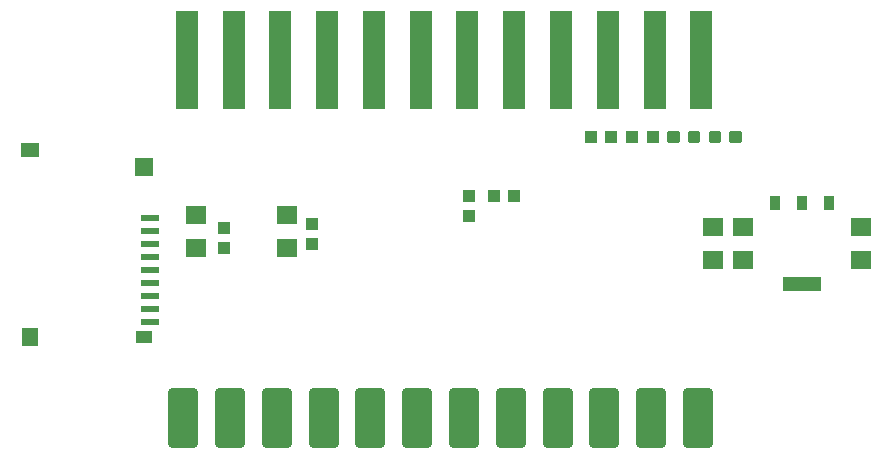
<source format=gbp>
G04 EAGLE Gerber RS-274X export*
G75*
%MOMM*%
%FSLAX34Y34*%
%LPD*%
%INBottom Solder Paste*%
%IPPOS*%
%AMOC8*
5,1,8,0,0,1.08239X$1,22.5*%
G01*
%ADD10C,0.762000*%
%ADD11R,1.350000X1.500000*%
%ADD12R,1.500000X1.300000*%
%ADD13R,1.600000X0.500000*%
%ADD14R,1.400000X1.000000*%
%ADD15R,1.500000X1.500000*%
%ADD16C,0.300000*%
%ADD17R,0.950000X1.250000*%
%ADD18R,3.200000X1.250000*%
%ADD19R,1.800000X1.600000*%
%ADD20R,1.000000X1.100000*%
%ADD21R,1.100000X1.000000*%
%ADD22R,1.905000X8.255000*%


D10*
X577498Y49690D02*
X595278Y49690D01*
X595278Y6510D01*
X577498Y6510D01*
X577498Y49690D01*
X577498Y13749D02*
X595278Y13749D01*
X595278Y20988D02*
X577498Y20988D01*
X577498Y28227D02*
X595278Y28227D01*
X595278Y35466D02*
X577498Y35466D01*
X577498Y42705D02*
X595278Y42705D01*
X555678Y49690D02*
X537898Y49690D01*
X555678Y49690D02*
X555678Y6510D01*
X537898Y6510D01*
X537898Y49690D01*
X537898Y13749D02*
X555678Y13749D01*
X555678Y20988D02*
X537898Y20988D01*
X537898Y28227D02*
X555678Y28227D01*
X555678Y35466D02*
X537898Y35466D01*
X537898Y42705D02*
X555678Y42705D01*
X516078Y49690D02*
X498298Y49690D01*
X516078Y49690D02*
X516078Y6510D01*
X498298Y6510D01*
X498298Y49690D01*
X498298Y13749D02*
X516078Y13749D01*
X516078Y20988D02*
X498298Y20988D01*
X498298Y28227D02*
X516078Y28227D01*
X516078Y35466D02*
X498298Y35466D01*
X498298Y42705D02*
X516078Y42705D01*
X476478Y49690D02*
X458698Y49690D01*
X476478Y49690D02*
X476478Y6510D01*
X458698Y6510D01*
X458698Y49690D01*
X458698Y13749D02*
X476478Y13749D01*
X476478Y20988D02*
X458698Y20988D01*
X458698Y28227D02*
X476478Y28227D01*
X476478Y35466D02*
X458698Y35466D01*
X458698Y42705D02*
X476478Y42705D01*
X436878Y49690D02*
X419098Y49690D01*
X436878Y49690D02*
X436878Y6510D01*
X419098Y6510D01*
X419098Y49690D01*
X419098Y13749D02*
X436878Y13749D01*
X436878Y20988D02*
X419098Y20988D01*
X419098Y28227D02*
X436878Y28227D01*
X436878Y35466D02*
X419098Y35466D01*
X419098Y42705D02*
X436878Y42705D01*
X397278Y49690D02*
X379498Y49690D01*
X397278Y49690D02*
X397278Y6510D01*
X379498Y6510D01*
X379498Y49690D01*
X379498Y13749D02*
X397278Y13749D01*
X397278Y20988D02*
X379498Y20988D01*
X379498Y28227D02*
X397278Y28227D01*
X397278Y35466D02*
X379498Y35466D01*
X379498Y42705D02*
X397278Y42705D01*
X357678Y49690D02*
X339898Y49690D01*
X357678Y49690D02*
X357678Y6510D01*
X339898Y6510D01*
X339898Y49690D01*
X339898Y13749D02*
X357678Y13749D01*
X357678Y20988D02*
X339898Y20988D01*
X339898Y28227D02*
X357678Y28227D01*
X357678Y35466D02*
X339898Y35466D01*
X339898Y42705D02*
X357678Y42705D01*
X318078Y49690D02*
X300298Y49690D01*
X318078Y49690D02*
X318078Y6510D01*
X300298Y6510D01*
X300298Y49690D01*
X300298Y13749D02*
X318078Y13749D01*
X318078Y20988D02*
X300298Y20988D01*
X300298Y28227D02*
X318078Y28227D01*
X318078Y35466D02*
X300298Y35466D01*
X300298Y42705D02*
X318078Y42705D01*
X278478Y49690D02*
X260698Y49690D01*
X278478Y49690D02*
X278478Y6510D01*
X260698Y6510D01*
X260698Y49690D01*
X260698Y13749D02*
X278478Y13749D01*
X278478Y20988D02*
X260698Y20988D01*
X260698Y28227D02*
X278478Y28227D01*
X278478Y35466D02*
X260698Y35466D01*
X260698Y42705D02*
X278478Y42705D01*
X238878Y49690D02*
X221098Y49690D01*
X238878Y49690D02*
X238878Y6510D01*
X221098Y6510D01*
X221098Y49690D01*
X221098Y13749D02*
X238878Y13749D01*
X238878Y20988D02*
X221098Y20988D01*
X221098Y28227D02*
X238878Y28227D01*
X238878Y35466D02*
X221098Y35466D01*
X221098Y42705D02*
X238878Y42705D01*
X199278Y49690D02*
X181498Y49690D01*
X199278Y49690D02*
X199278Y6510D01*
X181498Y6510D01*
X181498Y49690D01*
X181498Y13749D02*
X199278Y13749D01*
X199278Y20988D02*
X181498Y20988D01*
X181498Y28227D02*
X199278Y28227D01*
X199278Y35466D02*
X181498Y35466D01*
X181498Y42705D02*
X199278Y42705D01*
X159678Y49690D02*
X141898Y49690D01*
X159678Y49690D02*
X159678Y6510D01*
X141898Y6510D01*
X141898Y49690D01*
X141898Y13749D02*
X159678Y13749D01*
X159678Y20988D02*
X141898Y20988D01*
X141898Y28227D02*
X159678Y28227D01*
X159678Y35466D02*
X141898Y35466D01*
X141898Y42705D02*
X159678Y42705D01*
D11*
X21500Y96000D03*
D12*
X21500Y254000D03*
D13*
X123000Y109000D03*
X123000Y120000D03*
X123000Y131000D03*
X123000Y142000D03*
X123000Y153000D03*
X123000Y164000D03*
X123000Y175000D03*
X123000Y186000D03*
X123000Y197000D03*
D14*
X117500Y96000D03*
D15*
X117500Y240000D03*
D16*
X597730Y261500D02*
X597730Y268500D01*
X604730Y268500D01*
X604730Y261500D01*
X597730Y261500D01*
X597730Y264350D02*
X604730Y264350D01*
X604730Y267200D02*
X597730Y267200D01*
X615270Y268500D02*
X615270Y261500D01*
X615270Y268500D02*
X622270Y268500D01*
X622270Y261500D01*
X615270Y261500D01*
X615270Y264350D02*
X622270Y264350D01*
X622270Y267200D02*
X615270Y267200D01*
X562730Y268500D02*
X562730Y261500D01*
X562730Y268500D02*
X569730Y268500D01*
X569730Y261500D01*
X562730Y261500D01*
X562730Y264350D02*
X569730Y264350D01*
X569730Y267200D02*
X562730Y267200D01*
X580270Y268500D02*
X580270Y261500D01*
X580270Y268500D02*
X587270Y268500D01*
X587270Y261500D01*
X580270Y261500D01*
X580270Y264350D02*
X587270Y264350D01*
X587270Y267200D02*
X580270Y267200D01*
D17*
X652000Y209000D03*
X675000Y209000D03*
X698000Y209000D03*
D18*
X675000Y141000D03*
D19*
X725000Y161000D03*
X725000Y189000D03*
X625000Y189000D03*
X625000Y161000D03*
D20*
X393000Y198500D03*
X393000Y215500D03*
X260000Y174500D03*
X260000Y191500D03*
D21*
X414500Y215000D03*
X431500Y215000D03*
X531500Y265000D03*
X548500Y265000D03*
X496500Y265000D03*
X513500Y265000D03*
D19*
X162000Y171000D03*
X162000Y199000D03*
D20*
X185500Y171000D03*
X185500Y188000D03*
D19*
X239000Y171000D03*
X239000Y199000D03*
X600000Y189000D03*
X600000Y161000D03*
D22*
X589800Y330540D03*
X550200Y330540D03*
X510600Y330540D03*
X471000Y330540D03*
X431400Y330540D03*
X391800Y330540D03*
X352200Y330540D03*
X312600Y330540D03*
X273000Y330540D03*
X233400Y330540D03*
X193800Y330540D03*
X154200Y330540D03*
M02*

</source>
